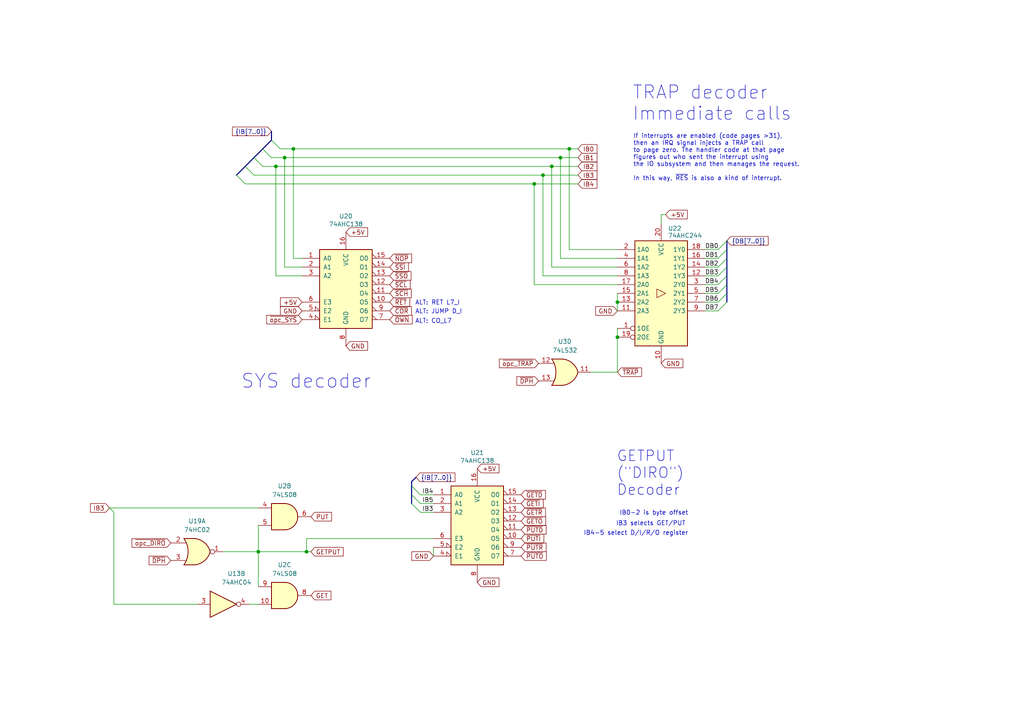
<source format=kicad_sch>
(kicad_sch (version 20231120) (generator "eeschema") (generator_version "8.0")
  (paper "A4")
  (title_block (title "Myth Microcontroller Project") (date "2024-09-25") (rev "1") (company "Picwok.com") (comment 1 "Project Contact: mim@ok-schalter.de (Michael)") (comment 2 "Author: Copyr. 2024 Michael Mangelsdorf/Dosflange@github") (comment 3 "Instruction Decoder Module") (comment 4 "SYS TRAP GETPUT"))
  (lib_symbols
    (symbol "74xx:74AHC04"
      (property "Reference" "U" (at 0 1.27 0))
      (property "Value" "74AHC04" (at 0 -1.27 0))
      (symbol "74AHC04_1_0"
        (polyline (pts (xy -3.81 3.81) (xy -3.81 -3.81) (xy 3.81 0) (xy -3.81 3.81)) (stroke (width 0.254)) (fill (type background)))
        (pin input line (at -7.62 0 0) (length 3.81) (name "~") (number "1"))
        (pin output inverted (at 7.62 0 180) (length 3.81) (name "~") (number "2"))
      )
      (symbol "74AHC04_2_0"
        (polyline (pts (xy -3.81 3.81) (xy -3.81 -3.81) (xy 3.81 0) (xy -3.81 3.81)) (stroke (width 0.254)) (fill (type background)))
        (pin input line (at -7.62 0 0) (length 3.81) (name "~") (number "3"))
        (pin output inverted (at 7.62 0 180) (length 3.81) (name "~") (number "4"))
      )
      (symbol "74AHC04_3_0"
        (polyline (pts (xy -3.81 3.81) (xy -3.81 -3.81) (xy 3.81 0) (xy -3.81 3.81)) (stroke (width 0.254)) (fill (type background)))
        (pin input line (at -7.62 0 0) (length 3.81) (name "~") (number "5"))
        (pin output inverted (at 7.62 0 180) (length 3.81) (name "~") (number "6"))
      )
      (symbol "74AHC04_4_0"
        (polyline (pts (xy -3.81 3.81) (xy -3.81 -3.81) (xy 3.81 0) (xy -3.81 3.81)) (stroke (width 0.254)) (fill (type background)))
        (pin output inverted (at 7.62 0 180) (length 3.81) (name "~") (number "8"))
        (pin input line (at -7.62 0 0) (length 3.81) (name "~") (number "9"))
      )
      (symbol "74AHC04_5_0"
        (polyline (pts (xy -3.81 3.81) (xy -3.81 -3.81) (xy 3.81 0) (xy -3.81 3.81)) (stroke (width 0.254)) (fill (type background)))
        (pin output inverted (at 7.62 0 180) (length 3.81) (name "~") (number "10"))
        (pin input line (at -7.62 0 0) (length 3.81) (name "~") (number "11"))
      )
      (symbol "74AHC04_6_0"
        (polyline (pts (xy -3.81 3.81) (xy -3.81 -3.81) (xy 3.81 0) (xy -3.81 3.81)) (stroke (width 0.254)) (fill (type background)))
        (pin output inverted (at 7.62 0 180) (length 3.81) (name "~") (number "12"))
        (pin input line (at -7.62 0 0) (length 3.81) (name "~") (number "13"))
      )
      (symbol "74AHC04_7_0"
        (pin power_in line (at 0 12.7 270) (length 5.08) (name "VCC") (number "14"))
        (pin power_in line (at 0 -12.7 90) (length 5.08) (name "GND") (number "7"))
      )
      (symbol "74AHC04_7_1"
        (rectangle (start -5.08 7.62) (end 5.08 -7.62) (stroke (width 0.254)) (fill (type background)))
      )
    )
    (symbol "74xx:74AHC244"
      (property "Reference" "U" (at -7.62 16.51 0))
      (property "Value" "74AHC244" (at -7.62 -16.51 0))
      (symbol "74AHC244_1_0"
        (polyline (pts (xy 1.27 0) (xy -1.27 1.27) (xy -1.27 -1.27) (xy 1.27 0)) (stroke (width 0.1524)))
        (pin input inverted (at -12.7 -10.16 0) (length 5.08) (name "1OE") (number "1"))
        (pin power_in line (at 0 -20.32 90) (length 5.08) (name "GND") (number "10"))
        (pin input line (at -12.7 -5.08 0) (length 5.08) (name "2A3") (number "11"))
        (pin tri_state line (at 12.7 5.08 180) (length 5.08) (name "1Y3") (number "12"))
        (pin input line (at -12.7 -2.54 0) (length 5.08) (name "2A2") (number "13"))
        (pin tri_state line (at 12.7 7.62 180) (length 5.08) (name "1Y2") (number "14"))
        (pin input line (at -12.7 0 0) (length 5.08) (name "2A1") (number "15"))
        (pin tri_state line (at 12.7 10.16 180) (length 5.08) (name "1Y1") (number "16"))
        (pin input line (at -12.7 2.54 0) (length 5.08) (name "2A0") (number "17"))
        (pin tri_state line (at 12.7 12.7 180) (length 5.08) (name "1Y0") (number "18"))
        (pin input inverted (at -12.7 -12.7 0) (length 5.08) (name "2OE") (number "19"))
        (pin input line (at -12.7 12.7 0) (length 5.08) (name "1A0") (number "2"))
        (pin power_in line (at 0 20.32 270) (length 5.08) (name "VCC") (number "20"))
        (pin tri_state line (at 12.7 2.54 180) (length 5.08) (name "2Y0") (number "3"))
        (pin input line (at -12.7 10.16 0) (length 5.08) (name "1A1") (number "4"))
        (pin tri_state line (at 12.7 0 180) (length 5.08) (name "2Y1") (number "5"))
        (pin input line (at -12.7 7.62 0) (length 5.08) (name "1A2") (number "6"))
        (pin tri_state line (at 12.7 -2.54 180) (length 5.08) (name "2Y2") (number "7"))
        (pin input line (at -12.7 5.08 0) (length 5.08) (name "1A3") (number "8"))
        (pin tri_state line (at 12.7 -5.08 180) (length 5.08) (name "2Y3") (number "9"))
      )
      (symbol "74AHC244_1_1"
        (rectangle (start -7.62 15.24) (end 7.62 -15.24) (stroke (width 0.254)) (fill (type background)))
      )
    )
    (symbol "74xx:74HC02" (pin_names (offset 1.016))
      (property "Reference" "U" (at 0 1.27 0))
      (property "Value" "74HC02" (at 0 -1.27 0))
      (symbol "74HC02_1_1"
        (arc (start -3.81 -3.81) (mid -2.589 0) (end -3.81 3.81) (stroke (width 0.254)))
        (arc (start -0.6096 -3.81) (mid 2.1842 -2.5851) (end 3.81 0) (stroke (width 0.254)) (fill (type background)))
        (polyline (pts (xy -3.81 -3.81) (xy -0.635 -3.81)) (stroke (width 0.254)) (fill (type background)))
        (polyline (pts (xy -3.81 3.81) (xy -0.635 3.81)) (stroke (width 0.254)) (fill (type background)))
        (polyline (pts (xy -0.635 3.81) (xy -3.81 3.81) (xy -3.81 3.81) (xy -3.556 3.4036) (xy -3.0226 2.2606) (xy -2.6924 1.0414) (xy -2.6162 -0.254) (xy -2.7686 -1.4986) (xy -3.175 -2.7178) (xy -3.81 -3.81) (xy -3.81 -3.81) (xy -0.635 -3.81)) (stroke (width -25.4)) (fill (type background)))
        (arc (start 3.81 0) (mid 2.1915 2.5936) (end -0.6096 3.81) (stroke (width 0.254)) (fill (type background)))
        (pin output inverted (at 7.62 0 180) (length 3.81) (name "~") (number "1"))
        (pin input line (at -7.62 2.54 0) (length 4.318) (name "~") (number "2"))
        (pin input line (at -7.62 -2.54 0) (length 4.318) (name "~") (number "3"))
      )
      (symbol "74HC02_1_2"
        (arc (start 0 -3.81) (mid 3.7934 0) (end 0 3.81) (stroke (width 0.254)) (fill (type background)))
        (polyline (pts (xy 0 3.81) (xy -3.81 3.81) (xy -3.81 -3.81) (xy 0 -3.81)) (stroke (width 0.254)) (fill (type background)))
        (pin output line (at 7.62 0 180) (length 3.81) (name "~") (number "1"))
        (pin input inverted (at -7.62 2.54 0) (length 3.81) (name "~") (number "2"))
        (pin input inverted (at -7.62 -2.54 0) (length 3.81) (name "~") (number "3"))
      )
      (symbol "74HC02_2_1"
        (arc (start -3.81 -3.81) (mid -2.589 0) (end -3.81 3.81) (stroke (width 0.254)))
        (arc (start -0.6096 -3.81) (mid 2.1842 -2.5851) (end 3.81 0) (stroke (width 0.254)) (fill (type background)))
        (polyline (pts (xy -3.81 -3.81) (xy -0.635 -3.81)) (stroke (width 0.254)) (fill (type background)))
        (polyline (pts (xy -3.81 3.81) (xy -0.635 3.81)) (stroke (width 0.254)) (fill (type background)))
        (polyline (pts (xy -0.635 3.81) (xy -3.81 3.81) (xy -3.81 3.81) (xy -3.556 3.4036) (xy -3.0226 2.2606) (xy -2.6924 1.0414) (xy -2.6162 -0.254) (xy -2.7686 -1.4986) (xy -3.175 -2.7178) (xy -3.81 -3.81) (xy -3.81 -3.81) (xy -0.635 -3.81)) (stroke (width -25.4)) (fill (type background)))
        (arc (start 3.81 0) (mid 2.1915 2.5936) (end -0.6096 3.81) (stroke (width 0.254)) (fill (type background)))
        (pin output inverted (at 7.62 0 180) (length 3.81) (name "~") (number "4"))
        (pin input line (at -7.62 2.54 0) (length 4.318) (name "~") (number "5"))
        (pin input line (at -7.62 -2.54 0) (length 4.318) (name "~") (number "6"))
      )
      (symbol "74HC02_2_2"
        (arc (start 0 -3.81) (mid 3.7934 0) (end 0 3.81) (stroke (width 0.254)) (fill (type background)))
        (polyline (pts (xy 0 3.81) (xy -3.81 3.81) (xy -3.81 -3.81) (xy 0 -3.81)) (stroke (width 0.254)) (fill (type background)))
        (pin output line (at 7.62 0 180) (length 3.81) (name "~") (number "4"))
        (pin input inverted (at -7.62 2.54 0) (length 3.81) (name "~") (number "5"))
        (pin input inverted (at -7.62 -2.54 0) (length 3.81) (name "~") (number "6"))
      )
      (symbol "74HC02_3_1"
        (arc (start -3.81 -3.81) (mid -2.589 0) (end -3.81 3.81) (stroke (width 0.254)))
        (arc (start -0.6096 -3.81) (mid 2.1842 -2.5851) (end 3.81 0) (stroke (width 0.254)) (fill (type background)))
        (polyline (pts (xy -3.81 -3.81) (xy -0.635 -3.81)) (stroke (width 0.254)) (fill (type background)))
        (polyline (pts (xy -3.81 3.81) (xy -0.635 3.81)) (stroke (width 0.254)) (fill (type background)))
        (polyline (pts (xy -0.635 3.81) (xy -3.81 3.81) (xy -3.81 3.81) (xy -3.556 3.4036) (xy -3.0226 2.2606) (xy -2.6924 1.0414) (xy -2.6162 -0.254) (xy -2.7686 -1.4986) (xy -3.175 -2.7178) (xy -3.81 -3.81) (xy -3.81 -3.81) (xy -0.635 -3.81)) (stroke (width -25.4)) (fill (type background)))
        (arc (start 3.81 0) (mid 2.1915 2.5936) (end -0.6096 3.81) (stroke (width 0.254)) (fill (type background)))
        (pin output inverted (at 7.62 0 180) (length 3.81) (name "~") (number "10"))
        (pin input line (at -7.62 2.54 0) (length 4.318) (name "~") (number "8"))
        (pin input line (at -7.62 -2.54 0) (length 4.318) (name "~") (number "9"))
      )
      (symbol "74HC02_3_2"
        (arc (start 0 -3.81) (mid 3.7934 0) (end 0 3.81) (stroke (width 0.254)) (fill (type background)))
        (polyline (pts (xy 0 3.81) (xy -3.81 3.81) (xy -3.81 -3.81) (xy 0 -3.81)) (stroke (width 0.254)) (fill (type background)))
        (pin output line (at 7.62 0 180) (length 3.81) (name "~") (number "10"))
        (pin input inverted (at -7.62 2.54 0) (length 3.81) (name "~") (number "8"))
        (pin input inverted (at -7.62 -2.54 0) (length 3.81) (name "~") (number "9"))
      )
      (symbol "74HC02_4_1"
        (arc (start -3.81 -3.81) (mid -2.589 0) (end -3.81 3.81) (stroke (width 0.254)))
        (arc (start -0.6096 -3.81) (mid 2.1842 -2.5851) (end 3.81 0) (stroke (width 0.254)) (fill (type background)))
        (polyline (pts (xy -3.81 -3.81) (xy -0.635 -3.81)) (stroke (width 0.254)) (fill (type background)))
        (polyline (pts (xy -3.81 3.81) (xy -0.635 3.81)) (stroke (width 0.254)) (fill (type background)))
        (polyline (pts (xy -0.635 3.81) (xy -3.81 3.81) (xy -3.81 3.81) (xy -3.556 3.4036) (xy -3.0226 2.2606) (xy -2.6924 1.0414) (xy -2.6162 -0.254) (xy -2.7686 -1.4986) (xy -3.175 -2.7178) (xy -3.81 -3.81) (xy -3.81 -3.81) (xy -0.635 -3.81)) (stroke (width -25.4)) (fill (type background)))
        (arc (start 3.81 0) (mid 2.1915 2.5936) (end -0.6096 3.81) (stroke (width 0.254)) (fill (type background)))
        (pin input line (at -7.62 2.54 0) (length 4.318) (name "~") (number "11"))
        (pin input line (at -7.62 -2.54 0) (length 4.318) (name "~") (number "12"))
        (pin output inverted (at 7.62 0 180) (length 3.81) (name "~") (number "13"))
      )
      (symbol "74HC02_4_2"
        (arc (start 0 -3.81) (mid 3.7934 0) (end 0 3.81) (stroke (width 0.254)) (fill (type background)))
        (polyline (pts (xy 0 3.81) (xy -3.81 3.81) (xy -3.81 -3.81) (xy 0 -3.81)) (stroke (width 0.254)) (fill (type background)))
        (pin input inverted (at -7.62 2.54 0) (length 3.81) (name "~") (number "11"))
        (pin input inverted (at -7.62 -2.54 0) (length 3.81) (name "~") (number "12"))
        (pin output line (at 7.62 0 180) (length 3.81) (name "~") (number "13"))
      )
      (symbol "74HC02_5_0"
        (pin power_in line (at 0 12.7 270) (length 5.08) (name "VCC") (number "14"))
        (pin power_in line (at 0 -12.7 90) (length 5.08) (name "GND") (number "7"))
      )
      (symbol "74HC02_5_1"
        (rectangle (start -5.08 7.62) (end 5.08 -7.62) (stroke (width 0.254)) (fill (type background)))
      )
    )
    (symbol "74xx:74LS08" (pin_names (offset 1.016))
      (property "Reference" "U" (at 0 1.27 0))
      (property "Value" "74LS08" (at 0 -1.27 0))
      (symbol "74LS08_1_1"
        (arc (start 0 -3.81) (mid 3.7934 0) (end 0 3.81) (stroke (width 0.254)) (fill (type background)))
        (polyline (pts (xy 0 3.81) (xy -3.81 3.81) (xy -3.81 -3.81) (xy 0 -3.81)) (stroke (width 0.254)) (fill (type background)))
        (pin input line (at -7.62 2.54 0) (length 3.81) (name "~") (number "1"))
        (pin input line (at -7.62 -2.54 0) (length 3.81) (name "~") (number "2"))
        (pin output line (at 7.62 0 180) (length 3.81) (name "~") (number "3"))
      )
      (symbol "74LS08_1_2"
        (arc (start -3.81 -3.81) (mid -2.589 0) (end -3.81 3.81) (stroke (width 0.254)))
        (arc (start -0.6096 -3.81) (mid 2.1855 -2.584) (end 3.81 0) (stroke (width 0.254)) (fill (type background)))
        (polyline (pts (xy -3.81 -3.81) (xy -0.635 -3.81)) (stroke (width 0.254)) (fill (type background)))
        (polyline (pts (xy -3.81 3.81) (xy -0.635 3.81)) (stroke (width 0.254)) (fill (type background)))
        (polyline (pts (xy -0.635 3.81) (xy -3.81 3.81) (xy -3.81 3.81) (xy -3.556 3.4036) (xy -3.0226 2.2606) (xy -2.6924 1.0414) (xy -2.6162 -0.254) (xy -2.7686 -1.4986) (xy -3.175 -2.7178) (xy -3.81 -3.81) (xy -3.81 -3.81) (xy -0.635 -3.81)) (stroke (width -25.4)) (fill (type background)))
        (arc (start 3.81 0) (mid 2.1928 2.5925) (end -0.6096 3.81) (stroke (width 0.254)) (fill (type background)))
        (pin input inverted (at -7.62 2.54 0) (length 4.318) (name "~") (number "1"))
        (pin input inverted (at -7.62 -2.54 0) (length 4.318) (name "~") (number "2"))
        (pin output inverted (at 7.62 0 180) (length 3.81) (name "~") (number "3"))
      )
      (symbol "74LS08_2_1"
        (arc (start 0 -3.81) (mid 3.7934 0) (end 0 3.81) (stroke (width 0.254)) (fill (type background)))
        (polyline (pts (xy 0 3.81) (xy -3.81 3.81) (xy -3.81 -3.81) (xy 0 -3.81)) (stroke (width 0.254)) (fill (type background)))
        (pin input line (at -7.62 2.54 0) (length 3.81) (name "~") (number "4"))
        (pin input line (at -7.62 -2.54 0) (length 3.81) (name "~") (number "5"))
        (pin output line (at 7.62 0 180) (length 3.81) (name "~") (number "6"))
      )
      (symbol "74LS08_2_2"
        (arc (start -3.81 -3.81) (mid -2.589 0) (end -3.81 3.81) (stroke (width 0.254)))
        (arc (start -0.6096 -3.81) (mid 2.1855 -2.584) (end 3.81 0) (stroke (width 0.254)) (fill (type background)))
        (polyline (pts (xy -3.81 -3.81) (xy -0.635 -3.81)) (stroke (width 0.254)) (fill (type background)))
        (polyline (pts (xy -3.81 3.81) (xy -0.635 3.81)) (stroke (width 0.254)) (fill (type background)))
        (polyline (pts (xy -0.635 3.81) (xy -3.81 3.81) (xy -3.81 3.81) (xy -3.556 3.4036) (xy -3.0226 2.2606) (xy -2.6924 1.0414) (xy -2.6162 -0.254) (xy -2.7686 -1.4986) (xy -3.175 -2.7178) (xy -3.81 -3.81) (xy -3.81 -3.81) (xy -0.635 -3.81)) (stroke (width -25.4)) (fill (type background)))
        (arc (start 3.81 0) (mid 2.1928 2.5925) (end -0.6096 3.81) (stroke (width 0.254)) (fill (type background)))
        (pin input inverted (at -7.62 2.54 0) (length 4.318) (name "~") (number "4"))
        (pin input inverted (at -7.62 -2.54 0) (length 4.318) (name "~") (number "5"))
        (pin output inverted (at 7.62 0 180) (length 3.81) (name "~") (number "6"))
      )
      (symbol "74LS08_3_1"
        (arc (start 0 -3.81) (mid 3.7934 0) (end 0 3.81) (stroke (width 0.254)) (fill (type background)))
        (polyline (pts (xy 0 3.81) (xy -3.81 3.81) (xy -3.81 -3.81) (xy 0 -3.81)) (stroke (width 0.254)) (fill (type background)))
        (pin input line (at -7.62 -2.54 0) (length 3.81) (name "~") (number "10"))
        (pin output line (at 7.62 0 180) (length 3.81) (name "~") (number "8"))
        (pin input line (at -7.62 2.54 0) (length 3.81) (name "~") (number "9"))
      )
      (symbol "74LS08_3_2"
        (arc (start -3.81 -3.81) (mid -2.589 0) (end -3.81 3.81) (stroke (width 0.254)))
        (arc (start -0.6096 -3.81) (mid 2.1855 -2.584) (end 3.81 0) (stroke (width 0.254)) (fill (type background)))
        (polyline (pts (xy -3.81 -3.81) (xy -0.635 -3.81)) (stroke (width 0.254)) (fill (type background)))
        (polyline (pts (xy -3.81 3.81) (xy -0.635 3.81)) (stroke (width 0.254)) (fill (type background)))
        (polyline (pts (xy -0.635 3.81) (xy -3.81 3.81) (xy -3.81 3.81) (xy -3.556 3.4036) (xy -3.0226 2.2606) (xy -2.6924 1.0414) (xy -2.6162 -0.254) (xy -2.7686 -1.4986) (xy -3.175 -2.7178) (xy -3.81 -3.81) (xy -3.81 -3.81) (xy -0.635 -3.81)) (stroke (width -25.4)) (fill (type background)))
        (arc (start 3.81 0) (mid 2.1928 2.5925) (end -0.6096 3.81) (stroke (width 0.254)) (fill (type background)))
        (pin input inverted (at -7.62 -2.54 0) (length 4.318) (name "~") (number "10"))
        (pin output inverted (at 7.62 0 180) (length 3.81) (name "~") (number "8"))
        (pin input inverted (at -7.62 2.54 0) (length 4.318) (name "~") (number "9"))
      )
      (symbol "74LS08_4_1"
        (arc (start 0 -3.81) (mid 3.7934 0) (end 0 3.81) (stroke (width 0.254)) (fill (type background)))
        (polyline (pts (xy 0 3.81) (xy -3.81 3.81) (xy -3.81 -3.81) (xy 0 -3.81)) (stroke (width 0.254)) (fill (type background)))
        (pin output line (at 7.62 0 180) (length 3.81) (name "~") (number "11"))
        (pin input line (at -7.62 2.54 0) (length 3.81) (name "~") (number "12"))
        (pin input line (at -7.62 -2.54 0) (length 3.81) (name "~") (number "13"))
      )
      (symbol "74LS08_4_2"
        (arc (start -3.81 -3.81) (mid -2.589 0) (end -3.81 3.81) (stroke (width 0.254)))
        (arc (start -0.6096 -3.81) (mid 2.1855 -2.584) (end 3.81 0) (stroke (width 0.254)) (fill (type background)))
        (polyline (pts (xy -3.81 -3.81) (xy -0.635 -3.81)) (stroke (width 0.254)) (fill (type background)))
        (polyline (pts (xy -3.81 3.81) (xy -0.635 3.81)) (stroke (width 0.254)) (fill (type background)))
        (polyline (pts (xy -0.635 3.81) (xy -3.81 3.81) (xy -3.81 3.81) (xy -3.556 3.4036) (xy -3.0226 2.2606) (xy -2.6924 1.0414) (xy -2.6162 -0.254) (xy -2.7686 -1.4986) (xy -3.175 -2.7178) (xy -3.81 -3.81) (xy -3.81 -3.81) (xy -0.635 -3.81)) (stroke (width -25.4)) (fill (type background)))
        (arc (start 3.81 0) (mid 2.1928 2.5925) (end -0.6096 3.81) (stroke (width 0.254)) (fill (type background)))
        (pin output inverted (at 7.62 0 180) (length 3.81) (name "~") (number "11"))
        (pin input inverted (at -7.62 2.54 0) (length 4.318) (name "~") (number "12"))
        (pin input inverted (at -7.62 -2.54 0) (length 4.318) (name "~") (number "13"))
      )
      (symbol "74LS08_5_0"
        (pin power_in line (at 0 12.7 270) (length 5.08) (name "VCC") (number "14"))
        (pin power_in line (at 0 -12.7 90) (length 5.08) (name "GND") (number "7"))
      )
      (symbol "74LS08_5_1"
        (rectangle (start -5.08 7.62) (end 5.08 -7.62) (stroke (width 0.254)) (fill (type background)))
      )
    )
    (symbol "74xx:74LS138" (pin_names (offset 1.016))
      (property "Reference" "U" (at -7.62 11.43 0))
      (property "Value" "74LS138" (at -7.62 -13.97 0))
      (symbol "74LS138_1_0"
        (pin input line (at -12.7 7.62 0) (length 5.08) (name "A0") (number "1"))
        (pin output output_low (at 12.7 -5.08 180) (length 5.08) (name "O5") (number "10"))
        (pin output output_low (at 12.7 -2.54 180) (length 5.08) (name "O4") (number "11"))
        (pin output output_low (at 12.7 0 180) (length 5.08) (name "O3") (number "12"))
        (pin output output_low (at 12.7 2.54 180) (length 5.08) (name "O2") (number "13"))
        (pin output output_low (at 12.7 5.08 180) (length 5.08) (name "O1") (number "14"))
        (pin output output_low (at 12.7 7.62 180) (length 5.08) (name "O0") (number "15"))
        (pin power_in line (at 0 15.24 270) (length 5.08) (name "VCC") (number "16"))
        (pin input line (at -12.7 5.08 0) (length 5.08) (name "A1") (number "2"))
        (pin input line (at -12.7 2.54 0) (length 5.08) (name "A2") (number "3"))
        (pin input input_low (at -12.7 -10.16 0) (length 5.08) (name "E1") (number "4"))
        (pin input input_low (at -12.7 -7.62 0) (length 5.08) (name "E2") (number "5"))
        (pin input line (at -12.7 -5.08 0) (length 5.08) (name "E3") (number "6"))
        (pin output output_low (at 12.7 -10.16 180) (length 5.08) (name "O7") (number "7"))
        (pin power_in line (at 0 -17.78 90) (length 5.08) (name "GND") (number "8"))
        (pin output output_low (at 12.7 -7.62 180) (length 5.08) (name "O6") (number "9"))
      )
      (symbol "74LS138_1_1"
        (rectangle (start -7.62 10.16) (end 7.62 -12.7) (stroke (width 0.254)) (fill (type background)))
      )
    )
    (symbol "74xx:74LS32" (pin_names (offset 1.016))
      (property "Reference" "U" (at 0 1.27 0))
      (property "Value" "74LS32" (at 0 -1.27 0))
      (symbol "74LS32_1_1"
        (arc (start -3.81 -3.81) (mid -2.589 0) (end -3.81 3.81) (stroke (width 0.254)))
        (arc (start -0.6096 -3.81) (mid 2.1855 -2.584) (end 3.81 0) (stroke (width 0.254)) (fill (type background)))
        (polyline (pts (xy -3.81 -3.81) (xy -0.635 -3.81)) (stroke (width 0.254)) (fill (type background)))
        (polyline (pts (xy -3.81 3.81) (xy -0.635 3.81)) (stroke (width 0.254)) (fill (type background)))
        (polyline (pts (xy -0.635 3.81) (xy -3.81 3.81) (xy -3.81 3.81) (xy -3.556 3.4036) (xy -3.0226 2.2606) (xy -2.6924 1.0414) (xy -2.6162 -0.254) (xy -2.7686 -1.4986) (xy -3.175 -2.7178) (xy -3.81 -3.81) (xy -3.81 -3.81) (xy -0.635 -3.81)) (stroke (width -25.4)) (fill (type background)))
        (arc (start 3.81 0) (mid 2.1928 2.5925) (end -0.6096 3.81) (stroke (width 0.254)) (fill (type background)))
        (pin input line (at -7.62 2.54 0) (length 4.318) (name "~") (number "1"))
        (pin input line (at -7.62 -2.54 0) (length 4.318) (name "~") (number "2"))
        (pin output line (at 7.62 0 180) (length 3.81) (name "~") (number "3"))
      )
      (symbol "74LS32_1_2"
        (arc (start 0 -3.81) (mid 3.7934 0) (end 0 3.81) (stroke (width 0.254)) (fill (type background)))
        (polyline (pts (xy 0 3.81) (xy -3.81 3.81) (xy -3.81 -3.81) (xy 0 -3.81)) (stroke (width 0.254)) (fill (type background)))
        (pin input inverted (at -7.62 2.54 0) (length 3.81) (name "~") (number "1"))
        (pin input inverted (at -7.62 -2.54 0) (length 3.81) (name "~") (number "2"))
        (pin output inverted (at 7.62 0 180) (length 3.81) (name "~") (number "3"))
      )
      (symbol "74LS32_2_1"
        (arc (start -3.81 -3.81) (mid -2.589 0) (end -3.81 3.81) (stroke (width 0.254)))
        (arc (start -0.6096 -3.81) (mid 2.1855 -2.584) (end 3.81 0) (stroke (width 0.254)) (fill (type background)))
        (polyline (pts (xy -3.81 -3.81) (xy -0.635 -3.81)) (stroke (width 0.254)) (fill (type background)))
        (polyline (pts (xy -3.81 3.81) (xy -0.635 3.81)) (stroke (width 0.254)) (fill (type background)))
        (polyline (pts (xy -0.635 3.81) (xy -3.81 3.81) (xy -3.81 3.81) (xy -3.556 3.4036) (xy -3.0226 2.2606) (xy -2.6924 1.0414) (xy -2.6162 -0.254) (xy -2.7686 -1.4986) (xy -3.175 -2.7178) (xy -3.81 -3.81) (xy -3.81 -3.81) (xy -0.635 -3.81)) (stroke (width -25.4)) (fill (type background)))
        (arc (start 3.81 0) (mid 2.1928 2.5925) (end -0.6096 3.81) (stroke (width 0.254)) (fill (type background)))
        (pin input line (at -7.62 2.54 0) (length 4.318) (name "~") (number "4"))
        (pin input line (at -7.62 -2.54 0) (length 4.318) (name "~") (number "5"))
        (pin output line (at 7.62 0 180) (length 3.81) (name "~") (number "6"))
      )
      (symbol "74LS32_2_2"
        (arc (start 0 -3.81) (mid 3.7934 0) (end 0 3.81) (stroke (width 0.254)) (fill (type background)))
        (polyline (pts (xy 0 3.81) (xy -3.81 3.81) (xy -3.81 -3.81) (xy 0 -3.81)) (stroke (width 0.254)) (fill (type background)))
        (pin input inverted (at -7.62 2.54 0) (length 3.81) (name "~") (number "4"))
        (pin input inverted (at -7.62 -2.54 0) (length 3.81) (name "~") (number "5"))
        (pin output inverted (at 7.62 0 180) (length 3.81) (name "~") (number "6"))
      )
      (symbol "74LS32_3_1"
        (arc (start -3.81 -3.81) (mid -2.589 0) (end -3.81 3.81) (stroke (width 0.254)))
        (arc (start -0.6096 -3.81) (mid 2.1855 -2.584) (end 3.81 0) (stroke (width 0.254)) (fill (type background)))
        (polyline (pts (xy -3.81 -3.81) (xy -0.635 -3.81)) (stroke (width 0.254)) (fill (type background)))
        (polyline (pts (xy -3.81 3.81) (xy -0.635 3.81)) (stroke (width 0.254)) (fill (type background)))
        (polyline (pts (xy -0.635 3.81) (xy -3.81 3.81) (xy -3.81 3.81) (xy -3.556 3.4036) (xy -3.0226 2.2606) (xy -2.6924 1.0414) (xy -2.6162 -0.254) (xy -2.7686 -1.4986) (xy -3.175 -2.7178) (xy -3.81 -3.81) (xy -3.81 -3.81) (xy -0.635 -3.81)) (stroke (width -25.4)) (fill (type background)))
        (arc (start 3.81 0) (mid 2.1928 2.5925) (end -0.6096 3.81) (stroke (width 0.254)) (fill (type background)))
        (pin input line (at -7.62 -2.54 0) (length 4.318) (name "~") (number "10"))
        (pin output line (at 7.62 0 180) (length 3.81) (name "~") (number "8"))
        (pin input line (at -7.62 2.54 0) (length 4.318) (name "~") (number "9"))
      )
      (symbol "74LS32_3_2"
        (arc (start 0 -3.81) (mid 3.7934 0) (end 0 3.81) (stroke (width 0.254)) (fill (type background)))
        (polyline (pts (xy 0 3.81) (xy -3.81 3.81) (xy -3.81 -3.81) (xy 0 -3.81)) (stroke (width 0.254)) (fill (type background)))
        (pin input inverted (at -7.62 -2.54 0) (length 3.81) (name "~") (number "10"))
        (pin output inverted (at 7.62 0 180) (length 3.81) (name "~") (number "8"))
        (pin input inverted (at -7.62 2.54 0) (length 3.81) (name "~") (number "9"))
      )
      (symbol "74LS32_4_1"
        (arc (start -3.81 -3.81) (mid -2.589 0) (end -3.81 3.81) (stroke (width 0.254)))
        (arc (start -0.6096 -3.81) (mid 2.1855 -2.584) (end 3.81 0) (stroke (width 0.254)) (fill (type background)))
        (polyline (pts (xy -3.81 -3.81) (xy -0.635 -3.81)) (stroke (width 0.254)) (fill (type background)))
        (polyline (pts (xy -3.81 3.81) (xy -0.635 3.81)) (stroke (width 0.254)) (fill (type background)))
        (polyline (pts (xy -0.635 3.81) (xy -3.81 3.81) (xy -3.81 3.81) (xy -3.556 3.4036) (xy -3.0226 2.2606) (xy -2.6924 1.0414) (xy -2.6162 -0.254) (xy -2.7686 -1.4986) (xy -3.175 -2.7178) (xy -3.81 -3.81) (xy -3.81 -3.81) (xy -0.635 -3.81)) (stroke (width -25.4)) (fill (type background)))
        (arc (start 3.81 0) (mid 2.1928 2.5925) (end -0.6096 3.81) (stroke (width 0.254)) (fill (type background)))
        (pin output line (at 7.62 0 180) (length 3.81) (name "~") (number "11"))
        (pin input line (at -7.62 2.54 0) (length 4.318) (name "~") (number "12"))
        (pin input line (at -7.62 -2.54 0) (length 4.318) (name "~") (number "13"))
      )
      (symbol "74LS32_4_2"
        (arc (start 0 -3.81) (mid 3.7934 0) (end 0 3.81) (stroke (width 0.254)) (fill (type background)))
        (polyline (pts (xy 0 3.81) (xy -3.81 3.81) (xy -3.81 -3.81) (xy 0 -3.81)) (stroke (width 0.254)) (fill (type background)))
        (pin output inverted (at 7.62 0 180) (length 3.81) (name "~") (number "11"))
        (pin input inverted (at -7.62 2.54 0) (length 3.81) (name "~") (number "12"))
        (pin input inverted (at -7.62 -2.54 0) (length 3.81) (name "~") (number "13"))
      )
      (symbol "74LS32_5_0"
        (pin power_in line (at 0 12.7 270) (length 5.08) (name "VCC") (number "14"))
        (pin power_in line (at 0 -12.7 90) (length 5.08) (name "GND") (number "7"))
      )
      (symbol "74LS32_5_1"
        (rectangle (start -5.08 7.62) (end 5.08 -7.62) (stroke (width 0.254)) (fill (type background)))
      )
    )
  )
  (junction (at 179.07 97.79))
  (junction (at 88.9 160.02))
  (junction (at 162.56 45.72))
  (junction (at 154.94 53.34))
  (junction (at 179.07 87.63))
  (junction (at 165.1 43.18))
  (junction (at 82.55 45.72))
  (junction (at 157.48 50.8))
  (junction (at 74.93 160.02))
  (junction (at 85.09 43.18))
  (junction (at 80.01 48.26))
  (junction (at 160.02 48.26))
  (bus_entry (at 71.12 48.26) (size 2.54 2.54))
  (bus_entry (at 73.66 45.72) (size 2.54 2.54))
  (bus_entry (at 208.28 90.17) (size 2.54 -2.54))
  (bus_entry (at 68.58 50.8) (size 2.54 2.54))
  (bus_entry (at 208.28 82.55) (size 2.54 -2.54))
  (bus_entry (at 76.2 43.18) (size 2.54 2.54))
  (bus_entry (at 208.28 72.39) (size 2.54 -2.54))
  (bus_entry (at 208.28 87.63) (size 2.54 -2.54))
  (bus_entry (at 208.28 77.47) (size 2.54 -2.54))
  (bus_entry (at 208.28 80.01) (size 2.54 -2.54))
  (bus_entry (at 119.38 143.51) (size 2.54 2.54))
  (bus_entry (at 78.74 40.64) (size 2.54 2.54))
  (bus_entry (at 119.38 140.97) (size 2.54 2.54))
  (bus_entry (at 208.28 74.93) (size 2.54 -2.54))
  (bus_entry (at 208.28 85.09) (size 2.54 -2.54))
  (bus_entry (at 119.38 146.05) (size 2.54 2.54))
  (wire (pts (xy 154.94 53.34) (xy 154.94 82.55)))
  (wire (pts (xy 179.07 97.79) (xy 179.07 107.95)))
  (wire (pts (xy 82.55 45.72) (xy 82.55 77.47)))
  (bus (pts (xy 119.38 143.51) (xy 119.38 146.05)))
  (wire (pts (xy 121.92 148.59) (xy 125.73 148.59)))
  (wire (pts (xy 179.07 80.01) (xy 157.48 80.01)))
  (wire (pts (xy 33.02 148.59) (xy 31.75 147.32)))
  (wire (pts (xy 78.74 45.72) (xy 82.55 45.72)))
  (wire (pts (xy 87.63 77.47) (xy 82.55 77.47)))
  (bus (pts (xy 119.38 140.97) (xy 119.38 139.7)))
  (wire (pts (xy 204.47 87.63) (xy 208.28 87.63)))
  (wire (pts (xy 74.93 170.18) (xy 74.93 160.02)))
  (wire (pts (xy 74.93 152.4) (xy 74.93 160.02)))
  (wire (pts (xy 179.07 77.47) (xy 160.02 77.47)))
  (wire (pts (xy 88.9 156.21) (xy 88.9 160.02)))
  (wire (pts (xy 85.09 43.18) (xy 165.1 43.18)))
  (bus (pts (xy 210.82 72.39) (xy 210.82 74.93)))
  (bus (pts (xy 119.38 140.97) (xy 119.38 143.51)))
  (bus (pts (xy 210.82 74.93) (xy 210.82 77.47)))
  (wire (pts (xy 81.28 43.18) (xy 85.09 43.18)))
  (wire (pts (xy 179.07 74.93) (xy 162.56 74.93)))
  (bus (pts (xy 119.38 139.7) (xy 120.65 138.43)))
  (wire (pts (xy 157.48 50.8) (xy 157.48 80.01)))
  (wire (pts (xy 162.56 45.72) (xy 167.64 45.72)))
  (wire (pts (xy 121.92 143.51) (xy 125.73 143.51)))
  (bus (pts (xy 210.82 77.47) (xy 210.82 80.01)))
  (wire (pts (xy 162.56 45.72) (xy 162.56 74.93)))
  (wire (pts (xy 191.77 62.23) (xy 191.77 64.77)))
  (wire (pts (xy 82.55 45.72) (xy 162.56 45.72)))
  (wire (pts (xy 204.47 80.01) (xy 208.28 80.01)))
  (wire (pts (xy 154.94 53.34) (xy 167.64 53.34)))
  (wire (pts (xy 165.1 43.18) (xy 165.1 72.39)))
  (bus (pts (xy 73.66 45.72) (xy 76.2 43.18)))
  (wire (pts (xy 171.45 107.95) (xy 179.07 107.95)))
  (wire (pts (xy 165.1 43.18) (xy 167.64 43.18)))
  (bus (pts (xy 71.12 48.26) (xy 73.66 45.72)))
  (bus (pts (xy 210.82 82.55) (xy 210.82 85.09)))
  (wire (pts (xy 179.07 85.09) (xy 179.07 87.63)))
  (wire (pts (xy 64.77 160.02) (xy 74.93 160.02)))
  (bus (pts (xy 78.74 38.1) (xy 78.74 40.64)))
  (wire (pts (xy 179.07 87.63) (xy 179.07 90.17)))
  (wire (pts (xy 85.09 74.93) (xy 85.09 43.18)))
  (wire (pts (xy 80.01 80.01) (xy 87.63 80.01)))
  (wire (pts (xy 74.93 160.02) (xy 88.9 160.02)))
  (wire (pts (xy 121.92 146.05) (xy 125.73 146.05)))
  (wire (pts (xy 191.77 62.23) (xy 193.04 62.23)))
  (wire (pts (xy 33.02 175.26) (xy 33.02 148.59)))
  (wire (pts (xy 80.01 48.26) (xy 160.02 48.26)))
  (bus (pts (xy 210.82 69.85) (xy 210.82 72.39)))
  (bus (pts (xy 68.58 50.8) (xy 71.12 48.26)))
  (wire (pts (xy 72.39 175.26) (xy 74.93 175.26)))
  (bus (pts (xy 76.2 43.18) (xy 78.74 40.64)))
  (wire (pts (xy 88.9 156.21) (xy 125.73 156.21)))
  (wire (pts (xy 204.47 85.09) (xy 208.28 85.09)))
  (wire (pts (xy 85.09 74.93) (xy 87.63 74.93)))
  (wire (pts (xy 204.47 90.17) (xy 208.28 90.17)))
  (wire (pts (xy 157.48 50.8) (xy 167.64 50.8)))
  (wire (pts (xy 88.9 160.02) (xy 90.17 160.02)))
  (wire (pts (xy 76.2 48.26) (xy 80.01 48.26)))
  (wire (pts (xy 204.47 77.47) (xy 208.28 77.47)))
  (wire (pts (xy 73.66 50.8) (xy 157.48 50.8)))
  (wire (pts (xy 204.47 74.93) (xy 208.28 74.93)))
  (wire (pts (xy 204.47 72.39) (xy 208.28 72.39)))
  (wire (pts (xy 204.47 82.55) (xy 208.28 82.55)))
  (wire (pts (xy 125.73 158.75) (xy 125.73 161.29)))
  (wire (pts (xy 31.75 147.32) (xy 74.93 147.32)))
  (wire (pts (xy 179.07 72.39) (xy 165.1 72.39)))
  (wire (pts (xy 160.02 48.26) (xy 167.64 48.26)))
  (wire (pts (xy 160.02 48.26) (xy 160.02 77.47)))
  (bus (pts (xy 210.82 85.09) (xy 210.82 87.63)))
  (wire (pts (xy 179.07 95.25) (xy 179.07 97.79)))
  (wire (pts (xy 33.02 175.26) (xy 57.15 175.26)))
  (bus (pts (xy 210.82 80.01) (xy 210.82 82.55)))
  (wire (pts (xy 80.01 48.26) (xy 80.01 80.01)))
  (wire (pts (xy 71.12 53.34) (xy 154.94 53.34)))
  (wire (pts (xy 179.07 82.55) (xy 154.94 82.55)))
  (text "IB3 selects GET/PUT" (at 198.882 152.654 0) (effects (font (size 1.27 1.27)) (justify right bottom)))
  (text "TRAP decoder\nImmediate calls\n" (at 183.388 35.306 0) (effects (font (size 3.81 3.81)) (justify left bottom)))
  (text "SYS decoder" (at 69.85 113.03 0) (effects (font (size 4 4)) (justify left bottom)))
  (text "IB0-2 is byte offset" (at 199.644 149.606 0) (effects (font (size 1.27 1.27)) (justify right bottom)))
  (text "IB4-5 select D/I/R/O register" (at 199.644 155.448 0) (effects (font (size 1.27 1.27)) (justify right bottom)))
  (text "ALT: RET L7_I" (at 120.396 88.646 0) (effects (font (size 1.27 1.27)) (justify left bottom)))
  (text "If interrupts are enabled (code pages >31),\nthen an IRQ signal injects a TRAP call\nto page zero. The handler code at that page\nfigures out who sent the interrupt using\nthe IO subsystem and then manages the request.\n\nIn this way, ~{RES} is also a kind of interrupt." (at 183.642 52.578 0) (effects (font (size 1.27 1.27)) (justify left bottom)))
  (text "GETPUT\n(\"DIRO\")\nDecoder\n" (at 178.816 144.018 0) (effects (font (size 3.048 3.048)) (justify left bottom)))
  (text "ALT: JUMP D_I" (at 120.396 91.186 0) (effects (font (size 1.27 1.27)) (justify left bottom)))
  (text "ALT: CO_L7" (at 120.396 93.98 0) (effects (font (size 1.27 1.27)) (justify left bottom)))
  (label "DB1" (at 204.47 74.93 0))
  (label "DB4" (at 204.47 82.55 0))
  (label "DB2" (at 204.47 77.47 0))
  (label "IB4" (at 125.73 143.51 180))
  (label "DB5" (at 204.47 85.09 0))
  (label "DB6" (at 204.47 87.63 0))
  (label "DB7" (at 204.47 90.17 0))
  (label "IB5" (at 125.73 146.05 180))
  (label "DB3" (at 204.47 80.01 0))
  (label "IB3" (at 125.73 148.59 180))
  (label "DB0" (at 204.47 72.39 0))
  (global_label "~{SCH}" (shape input) (at 113.03 85.09 0) (property "Intersheetrefs" "${INTERSHEET_REFS}" (effects (hide yes))))
  (global_label "GET" (shape input) (at 90.17 172.72 0) (property "Intersheetrefs" "${INTERSHEET_REFS}" (effects (hide yes))))
  (global_label "GND" (shape input) (at 191.77 105.41 0) (property "Intersheetrefs" "${INTERSHEET_REFS}" (effects (hide yes))))
  (global_label "GND" (shape input) (at 138.43 168.91 0) (property "Intersheetrefs" "${INTERSHEET_REFS}" (effects (hide yes))))
  (global_label "~{NOP}" (shape input) (at 113.03 74.93 0) (property "Intersheetrefs" "${INTERSHEET_REFS}" (effects (hide yes))))
  (global_label "PUT" (shape input) (at 90.17 149.86 0) (property "Intersheetrefs" "${INTERSHEET_REFS}" (effects (hide yes))))
  (global_label "GND" (shape input) (at 100.33 100.33 0) (property "Intersheetrefs" "${INTERSHEET_REFS}" (effects (hide yes))))
  (global_label "GND" (shape input) (at 125.73 161.29 180) (property "Intersheetrefs" "${INTERSHEET_REFS}" (effects (hide yes))))
  (global_label "~{PUTD}" (shape input) (at 151.13 153.67 0) (property "Intersheetrefs" "${INTERSHEET_REFS}" (effects (hide yes))))
  (global_label "~{opc_TRAP}" (shape input) (at 156.21 105.41 180) (property "Intersheetrefs" "${INTERSHEET_REFS}" (effects (hide yes))))
  (global_label "+5V" (shape input) (at 193.04 62.23 0) (property "Intersheetrefs" "${INTERSHEET_REFS}" (effects (hide yes))))
  (global_label "~{GETI}" (shape input) (at 151.13 146.05 0) (property "Intersheetrefs" "${INTERSHEET_REFS}" (effects (hide yes))))
  (global_label "~{PUTO}" (shape input) (at 151.13 161.29 0) (property "Intersheetrefs" "${INTERSHEET_REFS}" (effects (hide yes))))
  (global_label "+5V" (shape input) (at 138.43 135.89 0) (property "Intersheetrefs" "${INTERSHEET_REFS}" (effects (hide yes))))
  (global_label "IB1" (shape input) (at 167.64 45.72 0) (property "Intersheetrefs" "${INTERSHEET_REFS}" (effects (hide yes))))
  (global_label "GND" (shape input) (at 87.63 90.17 180) (property "Intersheetrefs" "${INTERSHEET_REFS}" (effects (hide yes))))
  (global_label "~{GETO}" (shape input) (at 151.13 151.13 0) (property "Intersheetrefs" "${INTERSHEET_REFS}" (effects (hide yes))))
  (global_label "~{DPH}" (shape input) (at 49.53 162.56 180) (property "Intersheetrefs" "${INTERSHEET_REFS}" (effects (hide yes))))
  (global_label "~{RET}" (shape input) (at 113.03 87.63 0) (property "Intersheetrefs" "${INTERSHEET_REFS}" (effects (hide yes))))
  (global_label "{IB[7..0]}" (shape input) (at 120.65 138.43 0) (property "Intersheetrefs" "${INTERSHEET_REFS}" (effects (hide yes))))
  (global_label "+5V" (shape input) (at 100.33 67.31 0) (property "Intersheetrefs" "${INTERSHEET_REFS}" (effects (hide yes))))
  (global_label "~{OWN}" (shape input) (at 113.03 92.71 0) (property "Intersheetrefs" "${INTERSHEET_REFS}" (effects (hide yes))))
  (global_label "{DB[7..0]}" (shape input) (at 210.82 69.85 0) (property "Intersheetrefs" "${INTERSHEET_REFS}" (effects (hide yes))))
  (global_label "~{SSI}" (shape input) (at 113.03 77.47 0) (property "Intersheetrefs" "${INTERSHEET_REFS}" (effects (hide yes))))
  (global_label "+5V" (shape input) (at 87.63 87.63 180) (property "Intersheetrefs" "${INTERSHEET_REFS}" (effects (hide yes))))
  (global_label "~{DPH}" (shape input) (at 156.21 110.49 180) (property "Intersheetrefs" "${INTERSHEET_REFS}" (effects (hide yes))))
  (global_label "IB4" (shape input) (at 167.64 53.34 0) (property "Intersheetrefs" "${INTERSHEET_REFS}" (effects (hide yes))))
  (global_label "~{SSO}" (shape input) (at 113.03 80.01 0) (property "Intersheetrefs" "${INTERSHEET_REFS}" (effects (hide yes))))
  (global_label "IB0" (shape input) (at 167.64 43.18 0) (property "Intersheetrefs" "${INTERSHEET_REFS}" (effects (hide yes))))
  (global_label "~{SCL}" (shape input) (at 113.03 82.55 0) (property "Intersheetrefs" "${INTERSHEET_REFS}" (effects (hide yes))))
  (global_label "~{GETR}" (shape input) (at 151.13 148.59 0) (property "Intersheetrefs" "${INTERSHEET_REFS}" (effects (hide yes))))
  (global_label "GETPUT" (shape input) (at 90.17 160.02 0) (property "Intersheetrefs" "${INTERSHEET_REFS}" (effects (hide yes))))
  (global_label "~{opc_DIRO}" (shape input) (at 49.53 157.48 180) (property "Intersheetrefs" "${INTERSHEET_REFS}" (effects (hide yes))))
  (global_label "~{PUTR}" (shape input) (at 151.13 158.75 0) (property "Intersheetrefs" "${INTERSHEET_REFS}" (effects (hide yes))))
  (global_label "{IB[7..0]}" (shape input) (at 78.74 38.1 180) (property "Intersheetrefs" "${INTERSHEET_REFS}" (effects (hide yes))))
  (global_label "~{COR}" (shape input) (at 113.03 90.17 0) (property "Intersheetrefs" "${INTERSHEET_REFS}" (effects (hide yes))))
  (global_label "~{TRAP}" (shape input) (at 179.07 107.95 0) (property "Intersheetrefs" "${INTERSHEET_REFS}" (effects (hide yes))))
  (global_label "GND" (shape input) (at 179.07 90.17 180) (property "Intersheetrefs" "${INTERSHEET_REFS}" (effects (hide yes))))
  (global_label "~{GETD}" (shape input) (at 151.13 143.51 0) (property "Intersheetrefs" "${INTERSHEET_REFS}" (effects (hide yes))))
  (global_label "IB2" (shape input) (at 167.64 48.26 0) (property "Intersheetrefs" "${INTERSHEET_REFS}" (effects (hide yes))))
  (global_label "~{PUTI}" (shape input) (at 151.13 156.21 0) (property "Intersheetrefs" "${INTERSHEET_REFS}" (effects (hide yes))))
  (global_label "IB3" (shape input) (at 167.64 50.8 0) (property "Intersheetrefs" "${INTERSHEET_REFS}" (effects (hide yes))))
  (global_label "IB3" (shape input) (at 31.75 147.32 180) (property "Intersheetrefs" "${INTERSHEET_REFS}" (effects (hide yes))))
  (global_label "~{opc_SYS}" (shape input) (at 87.63 92.71 180) (property "Intersheetrefs" "${INTERSHEET_REFS}" (effects (hide yes))))
  (symbol (lib_id "74xx:74AHC244") (at 191.77 85.09 0) (unit 1)
    (property "Reference" "U22" (at 193.7259 66.27 0) (effects (justify left)))
    (property "Value" "74AHC244" (at 193.7259 68.318 0) (effects (justify left)))
    (property "Footprint" "Package_DIP:DIP-20_W7.62mm_Socket_LongPads" (effects (hide yes)))
    (property "Datasheet" "https://assets.nexperia.com/documents/data-sheet/74AHC_AHCT244.pdf" (effects (hide yes)))
  )
  (symbol (lib_id "74xx:74LS32") (at 163.83 107.95 0) (unit 4)
    (property "Reference" "U3" (at 163.83 99.06 0))
    (property "Value" "74LS32" (at 163.83 101.6 0))
    (property "Footprint" "Package_DIP:DIP-14_W7.62mm_Socket_LongPads" (effects (hide yes)))
    (property "Datasheet" "http://www.ti.com/lit/gpn/sn74LS32" (effects (hide yes)))
    (property "Description" "Quad 2-input OR" (effects (hide yes)))
  )
  (symbol (lib_id "74xx:74LS138") (at 100.33 82.55 0) (unit 1)
    (property "Reference" "U20" (at 100.33 62.7126 0))
    (property "Value" "74AHC138" (at 100.33 65.024 0))
    (property "Footprint" "Package_DIP:DIP-16_W7.62mm_Socket_LongPads" (effects (hide yes)))
    (property "Datasheet" "http://www.ti.com/lit/gpn/sn74LS138" (effects (hide yes)))
  )
  (symbol (lib_id "74xx:74LS138") (at 138.43 151.13 0) (unit 1)
    (property "Reference" "U21" (at 138.43 131.2926 0))
    (property "Value" "74AHC138" (at 138.43 133.604 0))
    (property "Footprint" "Package_DIP:DIP-16_W7.62mm_Socket_LongPads" (effects (hide yes)))
    (property "Datasheet" "http://www.ti.com/lit/gpn/sn74LS138" (effects (hide yes)))
  )
  (symbol (lib_id "74xx:74LS08") (at 82.55 149.86 0) (unit 2)
    (property "Reference" "U2" (at 82.5417 140.97 0))
    (property "Value" "74LS08" (at 82.5417 143.51 0))
    (property "Footprint" "Package_DIP:DIP-14_W7.62mm_Socket_LongPads" (effects (hide yes)))
    (property "Datasheet" "http://www.ti.com/lit/gpn/sn74LS08" (effects (hide yes)))
    (property "Description" "Quad And2" (effects (hide yes)))
  )
  (symbol (lib_id "74xx:74AHC04") (at 64.77 175.26 0) (unit 2)
    (property "Reference" "U13" (at 68.58 166.37 0))
    (property "Value" "74AHC04" (at 68.58 168.91 0))
    (property "Footprint" "Package_DIP:DIP-14_W7.62mm_Socket_LongPads" (effects (hide yes)))
    (property "Datasheet" "https://assets.nexperia.com/documents/data-sheet/74AHC_AHCT04.pdf" (effects (hide yes)))
    (property "Description" "Hex Inverter" (effects (hide yes)))
  )
  (symbol (lib_id "74xx:74LS08") (at 82.55 172.72 0) (unit 3)
    (property "Reference" "U2" (at 82.5417 163.83 0))
    (property "Value" "74LS08" (at 82.5417 166.37 0))
    (property "Footprint" "Package_DIP:DIP-14_W7.62mm_Socket_LongPads" (effects (hide yes)))
    (property "Datasheet" "http://www.ti.com/lit/gpn/sn74LS08" (effects (hide yes)))
    (property "Description" "Quad And2" (effects (hide yes)))
  )
  (symbol (lib_id "74xx:74HC02") (at 57.15 160.02 0) (unit 1)
    (property "Reference" "U19" (at 57.15 151.13 0))
    (property "Value" "74HC02" (at 57.15 153.67 0))
    (property "Footprint" "Package_DIP:DIP-14_W7.62mm_Socket_LongPads" (effects (hide yes)))
    (property "Datasheet" "http://www.ti.com/lit/gpn/sn74hc02" (effects (hide yes)))
    (property "Description" "quad 2-input NOR gate" (effects (hide yes)))
  )
)
</source>
